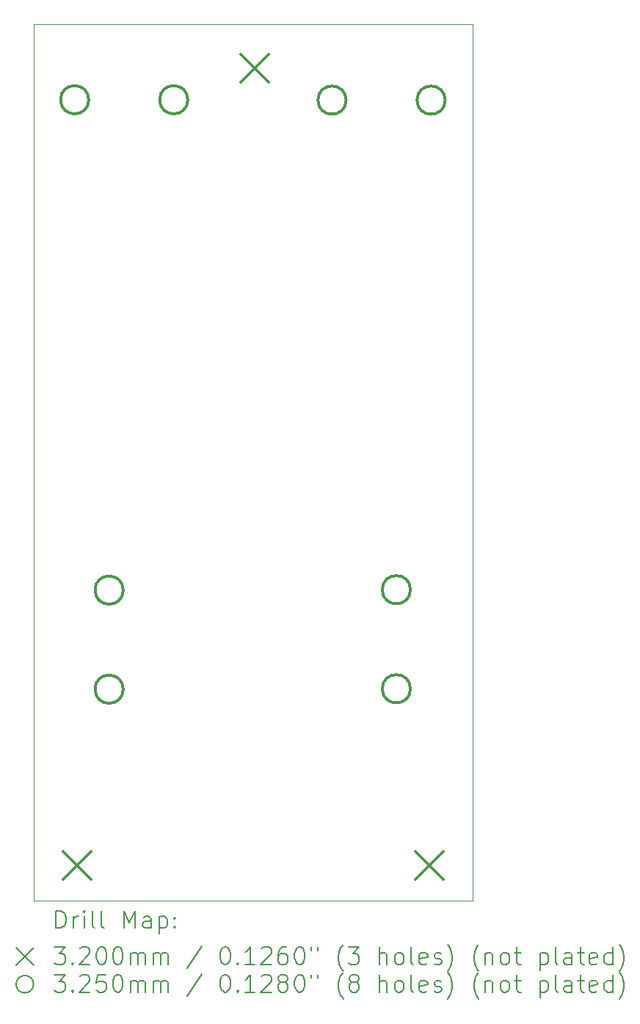
<source format=gbr>
%TF.GenerationSoftware,KiCad,Pcbnew,8.0.0*%
%TF.CreationDate,2025-01-14T11:15:27-06:00*%
%TF.ProjectId,LightControlBoard,4c696768-7443-46f6-9e74-726f6c426f61,rev?*%
%TF.SameCoordinates,Original*%
%TF.FileFunction,Drillmap*%
%TF.FilePolarity,Positive*%
%FSLAX45Y45*%
G04 Gerber Fmt 4.5, Leading zero omitted, Abs format (unit mm)*
G04 Created by KiCad (PCBNEW 8.0.0) date 2025-01-14 11:15:27*
%MOMM*%
%LPD*%
G01*
G04 APERTURE LIST*
%ADD10C,0.050000*%
%ADD11C,0.200000*%
%ADD12C,0.320000*%
%ADD13C,0.325000*%
G04 APERTURE END LIST*
D10*
X11093000Y-3288500D02*
X16160000Y-3288500D01*
X16160000Y-13399000D01*
X11093000Y-13399000D01*
X11093000Y-3288500D01*
D11*
D12*
X11433000Y-12834000D02*
X11753000Y-13154000D01*
X11753000Y-12834000D02*
X11433000Y-13154000D01*
X13483000Y-3634000D02*
X13803000Y-3954000D01*
X13803000Y-3634000D02*
X13483000Y-3954000D01*
X15500000Y-12834000D02*
X15820000Y-13154000D01*
X15820000Y-12834000D02*
X15500000Y-13154000D01*
D13*
X11728000Y-4160000D02*
G75*
G02*
X11403000Y-4160000I-162500J0D01*
G01*
X11403000Y-4160000D02*
G75*
G02*
X11728000Y-4160000I162500J0D01*
G01*
X12125500Y-9816000D02*
G75*
G02*
X11800500Y-9816000I-162500J0D01*
G01*
X11800500Y-9816000D02*
G75*
G02*
X12125500Y-9816000I162500J0D01*
G01*
X12125500Y-10959000D02*
G75*
G02*
X11800500Y-10959000I-162500J0D01*
G01*
X11800500Y-10959000D02*
G75*
G02*
X12125500Y-10959000I162500J0D01*
G01*
X12871000Y-4160000D02*
G75*
G02*
X12546000Y-4160000I-162500J0D01*
G01*
X12546000Y-4160000D02*
G75*
G02*
X12871000Y-4160000I162500J0D01*
G01*
X14697000Y-4164500D02*
G75*
G02*
X14372000Y-4164500I-162500J0D01*
G01*
X14372000Y-4164500D02*
G75*
G02*
X14697000Y-4164500I162500J0D01*
G01*
X15439500Y-9811000D02*
G75*
G02*
X15114500Y-9811000I-162500J0D01*
G01*
X15114500Y-9811000D02*
G75*
G02*
X15439500Y-9811000I162500J0D01*
G01*
X15439500Y-10954000D02*
G75*
G02*
X15114500Y-10954000I-162500J0D01*
G01*
X15114500Y-10954000D02*
G75*
G02*
X15439500Y-10954000I162500J0D01*
G01*
X15840000Y-4164500D02*
G75*
G02*
X15515000Y-4164500I-162500J0D01*
G01*
X15515000Y-4164500D02*
G75*
G02*
X15840000Y-4164500I162500J0D01*
G01*
D11*
X11351277Y-13712984D02*
X11351277Y-13512984D01*
X11351277Y-13512984D02*
X11398896Y-13512984D01*
X11398896Y-13512984D02*
X11427467Y-13522508D01*
X11427467Y-13522508D02*
X11446515Y-13541555D01*
X11446515Y-13541555D02*
X11456039Y-13560603D01*
X11456039Y-13560603D02*
X11465562Y-13598698D01*
X11465562Y-13598698D02*
X11465562Y-13627269D01*
X11465562Y-13627269D02*
X11456039Y-13665365D01*
X11456039Y-13665365D02*
X11446515Y-13684412D01*
X11446515Y-13684412D02*
X11427467Y-13703460D01*
X11427467Y-13703460D02*
X11398896Y-13712984D01*
X11398896Y-13712984D02*
X11351277Y-13712984D01*
X11551277Y-13712984D02*
X11551277Y-13579650D01*
X11551277Y-13617746D02*
X11560801Y-13598698D01*
X11560801Y-13598698D02*
X11570324Y-13589174D01*
X11570324Y-13589174D02*
X11589372Y-13579650D01*
X11589372Y-13579650D02*
X11608420Y-13579650D01*
X11675086Y-13712984D02*
X11675086Y-13579650D01*
X11675086Y-13512984D02*
X11665562Y-13522508D01*
X11665562Y-13522508D02*
X11675086Y-13532031D01*
X11675086Y-13532031D02*
X11684610Y-13522508D01*
X11684610Y-13522508D02*
X11675086Y-13512984D01*
X11675086Y-13512984D02*
X11675086Y-13532031D01*
X11798896Y-13712984D02*
X11779848Y-13703460D01*
X11779848Y-13703460D02*
X11770324Y-13684412D01*
X11770324Y-13684412D02*
X11770324Y-13512984D01*
X11903658Y-13712984D02*
X11884610Y-13703460D01*
X11884610Y-13703460D02*
X11875086Y-13684412D01*
X11875086Y-13684412D02*
X11875086Y-13512984D01*
X12132229Y-13712984D02*
X12132229Y-13512984D01*
X12132229Y-13512984D02*
X12198896Y-13655841D01*
X12198896Y-13655841D02*
X12265562Y-13512984D01*
X12265562Y-13512984D02*
X12265562Y-13712984D01*
X12446515Y-13712984D02*
X12446515Y-13608222D01*
X12446515Y-13608222D02*
X12436991Y-13589174D01*
X12436991Y-13589174D02*
X12417943Y-13579650D01*
X12417943Y-13579650D02*
X12379848Y-13579650D01*
X12379848Y-13579650D02*
X12360801Y-13589174D01*
X12446515Y-13703460D02*
X12427467Y-13712984D01*
X12427467Y-13712984D02*
X12379848Y-13712984D01*
X12379848Y-13712984D02*
X12360801Y-13703460D01*
X12360801Y-13703460D02*
X12351277Y-13684412D01*
X12351277Y-13684412D02*
X12351277Y-13665365D01*
X12351277Y-13665365D02*
X12360801Y-13646317D01*
X12360801Y-13646317D02*
X12379848Y-13636793D01*
X12379848Y-13636793D02*
X12427467Y-13636793D01*
X12427467Y-13636793D02*
X12446515Y-13627269D01*
X12541753Y-13579650D02*
X12541753Y-13779650D01*
X12541753Y-13589174D02*
X12560801Y-13579650D01*
X12560801Y-13579650D02*
X12598896Y-13579650D01*
X12598896Y-13579650D02*
X12617943Y-13589174D01*
X12617943Y-13589174D02*
X12627467Y-13598698D01*
X12627467Y-13598698D02*
X12636991Y-13617746D01*
X12636991Y-13617746D02*
X12636991Y-13674888D01*
X12636991Y-13674888D02*
X12627467Y-13693936D01*
X12627467Y-13693936D02*
X12617943Y-13703460D01*
X12617943Y-13703460D02*
X12598896Y-13712984D01*
X12598896Y-13712984D02*
X12560801Y-13712984D01*
X12560801Y-13712984D02*
X12541753Y-13703460D01*
X12722705Y-13693936D02*
X12732229Y-13703460D01*
X12732229Y-13703460D02*
X12722705Y-13712984D01*
X12722705Y-13712984D02*
X12713182Y-13703460D01*
X12713182Y-13703460D02*
X12722705Y-13693936D01*
X12722705Y-13693936D02*
X12722705Y-13712984D01*
X12722705Y-13589174D02*
X12732229Y-13598698D01*
X12732229Y-13598698D02*
X12722705Y-13608222D01*
X12722705Y-13608222D02*
X12713182Y-13598698D01*
X12713182Y-13598698D02*
X12722705Y-13589174D01*
X12722705Y-13589174D02*
X12722705Y-13608222D01*
X10890500Y-13941500D02*
X11090500Y-14141500D01*
X11090500Y-13941500D02*
X10890500Y-14141500D01*
X11332229Y-13932984D02*
X11456039Y-13932984D01*
X11456039Y-13932984D02*
X11389372Y-14009174D01*
X11389372Y-14009174D02*
X11417943Y-14009174D01*
X11417943Y-14009174D02*
X11436991Y-14018698D01*
X11436991Y-14018698D02*
X11446515Y-14028222D01*
X11446515Y-14028222D02*
X11456039Y-14047269D01*
X11456039Y-14047269D02*
X11456039Y-14094888D01*
X11456039Y-14094888D02*
X11446515Y-14113936D01*
X11446515Y-14113936D02*
X11436991Y-14123460D01*
X11436991Y-14123460D02*
X11417943Y-14132984D01*
X11417943Y-14132984D02*
X11360801Y-14132984D01*
X11360801Y-14132984D02*
X11341753Y-14123460D01*
X11341753Y-14123460D02*
X11332229Y-14113936D01*
X11541753Y-14113936D02*
X11551277Y-14123460D01*
X11551277Y-14123460D02*
X11541753Y-14132984D01*
X11541753Y-14132984D02*
X11532229Y-14123460D01*
X11532229Y-14123460D02*
X11541753Y-14113936D01*
X11541753Y-14113936D02*
X11541753Y-14132984D01*
X11627467Y-13952031D02*
X11636991Y-13942508D01*
X11636991Y-13942508D02*
X11656039Y-13932984D01*
X11656039Y-13932984D02*
X11703658Y-13932984D01*
X11703658Y-13932984D02*
X11722705Y-13942508D01*
X11722705Y-13942508D02*
X11732229Y-13952031D01*
X11732229Y-13952031D02*
X11741753Y-13971079D01*
X11741753Y-13971079D02*
X11741753Y-13990127D01*
X11741753Y-13990127D02*
X11732229Y-14018698D01*
X11732229Y-14018698D02*
X11617943Y-14132984D01*
X11617943Y-14132984D02*
X11741753Y-14132984D01*
X11865562Y-13932984D02*
X11884610Y-13932984D01*
X11884610Y-13932984D02*
X11903658Y-13942508D01*
X11903658Y-13942508D02*
X11913182Y-13952031D01*
X11913182Y-13952031D02*
X11922705Y-13971079D01*
X11922705Y-13971079D02*
X11932229Y-14009174D01*
X11932229Y-14009174D02*
X11932229Y-14056793D01*
X11932229Y-14056793D02*
X11922705Y-14094888D01*
X11922705Y-14094888D02*
X11913182Y-14113936D01*
X11913182Y-14113936D02*
X11903658Y-14123460D01*
X11903658Y-14123460D02*
X11884610Y-14132984D01*
X11884610Y-14132984D02*
X11865562Y-14132984D01*
X11865562Y-14132984D02*
X11846515Y-14123460D01*
X11846515Y-14123460D02*
X11836991Y-14113936D01*
X11836991Y-14113936D02*
X11827467Y-14094888D01*
X11827467Y-14094888D02*
X11817943Y-14056793D01*
X11817943Y-14056793D02*
X11817943Y-14009174D01*
X11817943Y-14009174D02*
X11827467Y-13971079D01*
X11827467Y-13971079D02*
X11836991Y-13952031D01*
X11836991Y-13952031D02*
X11846515Y-13942508D01*
X11846515Y-13942508D02*
X11865562Y-13932984D01*
X12056039Y-13932984D02*
X12075086Y-13932984D01*
X12075086Y-13932984D02*
X12094134Y-13942508D01*
X12094134Y-13942508D02*
X12103658Y-13952031D01*
X12103658Y-13952031D02*
X12113182Y-13971079D01*
X12113182Y-13971079D02*
X12122705Y-14009174D01*
X12122705Y-14009174D02*
X12122705Y-14056793D01*
X12122705Y-14056793D02*
X12113182Y-14094888D01*
X12113182Y-14094888D02*
X12103658Y-14113936D01*
X12103658Y-14113936D02*
X12094134Y-14123460D01*
X12094134Y-14123460D02*
X12075086Y-14132984D01*
X12075086Y-14132984D02*
X12056039Y-14132984D01*
X12056039Y-14132984D02*
X12036991Y-14123460D01*
X12036991Y-14123460D02*
X12027467Y-14113936D01*
X12027467Y-14113936D02*
X12017943Y-14094888D01*
X12017943Y-14094888D02*
X12008420Y-14056793D01*
X12008420Y-14056793D02*
X12008420Y-14009174D01*
X12008420Y-14009174D02*
X12017943Y-13971079D01*
X12017943Y-13971079D02*
X12027467Y-13952031D01*
X12027467Y-13952031D02*
X12036991Y-13942508D01*
X12036991Y-13942508D02*
X12056039Y-13932984D01*
X12208420Y-14132984D02*
X12208420Y-13999650D01*
X12208420Y-14018698D02*
X12217943Y-14009174D01*
X12217943Y-14009174D02*
X12236991Y-13999650D01*
X12236991Y-13999650D02*
X12265563Y-13999650D01*
X12265563Y-13999650D02*
X12284610Y-14009174D01*
X12284610Y-14009174D02*
X12294134Y-14028222D01*
X12294134Y-14028222D02*
X12294134Y-14132984D01*
X12294134Y-14028222D02*
X12303658Y-14009174D01*
X12303658Y-14009174D02*
X12322705Y-13999650D01*
X12322705Y-13999650D02*
X12351277Y-13999650D01*
X12351277Y-13999650D02*
X12370324Y-14009174D01*
X12370324Y-14009174D02*
X12379848Y-14028222D01*
X12379848Y-14028222D02*
X12379848Y-14132984D01*
X12475086Y-14132984D02*
X12475086Y-13999650D01*
X12475086Y-14018698D02*
X12484610Y-14009174D01*
X12484610Y-14009174D02*
X12503658Y-13999650D01*
X12503658Y-13999650D02*
X12532229Y-13999650D01*
X12532229Y-13999650D02*
X12551277Y-14009174D01*
X12551277Y-14009174D02*
X12560801Y-14028222D01*
X12560801Y-14028222D02*
X12560801Y-14132984D01*
X12560801Y-14028222D02*
X12570324Y-14009174D01*
X12570324Y-14009174D02*
X12589372Y-13999650D01*
X12589372Y-13999650D02*
X12617943Y-13999650D01*
X12617943Y-13999650D02*
X12636991Y-14009174D01*
X12636991Y-14009174D02*
X12646515Y-14028222D01*
X12646515Y-14028222D02*
X12646515Y-14132984D01*
X13036991Y-13923460D02*
X12865563Y-14180603D01*
X13294134Y-13932984D02*
X13313182Y-13932984D01*
X13313182Y-13932984D02*
X13332229Y-13942508D01*
X13332229Y-13942508D02*
X13341753Y-13952031D01*
X13341753Y-13952031D02*
X13351277Y-13971079D01*
X13351277Y-13971079D02*
X13360801Y-14009174D01*
X13360801Y-14009174D02*
X13360801Y-14056793D01*
X13360801Y-14056793D02*
X13351277Y-14094888D01*
X13351277Y-14094888D02*
X13341753Y-14113936D01*
X13341753Y-14113936D02*
X13332229Y-14123460D01*
X13332229Y-14123460D02*
X13313182Y-14132984D01*
X13313182Y-14132984D02*
X13294134Y-14132984D01*
X13294134Y-14132984D02*
X13275086Y-14123460D01*
X13275086Y-14123460D02*
X13265563Y-14113936D01*
X13265563Y-14113936D02*
X13256039Y-14094888D01*
X13256039Y-14094888D02*
X13246515Y-14056793D01*
X13246515Y-14056793D02*
X13246515Y-14009174D01*
X13246515Y-14009174D02*
X13256039Y-13971079D01*
X13256039Y-13971079D02*
X13265563Y-13952031D01*
X13265563Y-13952031D02*
X13275086Y-13942508D01*
X13275086Y-13942508D02*
X13294134Y-13932984D01*
X13446515Y-14113936D02*
X13456039Y-14123460D01*
X13456039Y-14123460D02*
X13446515Y-14132984D01*
X13446515Y-14132984D02*
X13436991Y-14123460D01*
X13436991Y-14123460D02*
X13446515Y-14113936D01*
X13446515Y-14113936D02*
X13446515Y-14132984D01*
X13646515Y-14132984D02*
X13532229Y-14132984D01*
X13589372Y-14132984D02*
X13589372Y-13932984D01*
X13589372Y-13932984D02*
X13570325Y-13961555D01*
X13570325Y-13961555D02*
X13551277Y-13980603D01*
X13551277Y-13980603D02*
X13532229Y-13990127D01*
X13722706Y-13952031D02*
X13732229Y-13942508D01*
X13732229Y-13942508D02*
X13751277Y-13932984D01*
X13751277Y-13932984D02*
X13798896Y-13932984D01*
X13798896Y-13932984D02*
X13817944Y-13942508D01*
X13817944Y-13942508D02*
X13827467Y-13952031D01*
X13827467Y-13952031D02*
X13836991Y-13971079D01*
X13836991Y-13971079D02*
X13836991Y-13990127D01*
X13836991Y-13990127D02*
X13827467Y-14018698D01*
X13827467Y-14018698D02*
X13713182Y-14132984D01*
X13713182Y-14132984D02*
X13836991Y-14132984D01*
X14008420Y-13932984D02*
X13970325Y-13932984D01*
X13970325Y-13932984D02*
X13951277Y-13942508D01*
X13951277Y-13942508D02*
X13941753Y-13952031D01*
X13941753Y-13952031D02*
X13922706Y-13980603D01*
X13922706Y-13980603D02*
X13913182Y-14018698D01*
X13913182Y-14018698D02*
X13913182Y-14094888D01*
X13913182Y-14094888D02*
X13922706Y-14113936D01*
X13922706Y-14113936D02*
X13932229Y-14123460D01*
X13932229Y-14123460D02*
X13951277Y-14132984D01*
X13951277Y-14132984D02*
X13989372Y-14132984D01*
X13989372Y-14132984D02*
X14008420Y-14123460D01*
X14008420Y-14123460D02*
X14017944Y-14113936D01*
X14017944Y-14113936D02*
X14027467Y-14094888D01*
X14027467Y-14094888D02*
X14027467Y-14047269D01*
X14027467Y-14047269D02*
X14017944Y-14028222D01*
X14017944Y-14028222D02*
X14008420Y-14018698D01*
X14008420Y-14018698D02*
X13989372Y-14009174D01*
X13989372Y-14009174D02*
X13951277Y-14009174D01*
X13951277Y-14009174D02*
X13932229Y-14018698D01*
X13932229Y-14018698D02*
X13922706Y-14028222D01*
X13922706Y-14028222D02*
X13913182Y-14047269D01*
X14151277Y-13932984D02*
X14170325Y-13932984D01*
X14170325Y-13932984D02*
X14189372Y-13942508D01*
X14189372Y-13942508D02*
X14198896Y-13952031D01*
X14198896Y-13952031D02*
X14208420Y-13971079D01*
X14208420Y-13971079D02*
X14217944Y-14009174D01*
X14217944Y-14009174D02*
X14217944Y-14056793D01*
X14217944Y-14056793D02*
X14208420Y-14094888D01*
X14208420Y-14094888D02*
X14198896Y-14113936D01*
X14198896Y-14113936D02*
X14189372Y-14123460D01*
X14189372Y-14123460D02*
X14170325Y-14132984D01*
X14170325Y-14132984D02*
X14151277Y-14132984D01*
X14151277Y-14132984D02*
X14132229Y-14123460D01*
X14132229Y-14123460D02*
X14122706Y-14113936D01*
X14122706Y-14113936D02*
X14113182Y-14094888D01*
X14113182Y-14094888D02*
X14103658Y-14056793D01*
X14103658Y-14056793D02*
X14103658Y-14009174D01*
X14103658Y-14009174D02*
X14113182Y-13971079D01*
X14113182Y-13971079D02*
X14122706Y-13952031D01*
X14122706Y-13952031D02*
X14132229Y-13942508D01*
X14132229Y-13942508D02*
X14151277Y-13932984D01*
X14294134Y-13932984D02*
X14294134Y-13971079D01*
X14370325Y-13932984D02*
X14370325Y-13971079D01*
X14665563Y-14209174D02*
X14656039Y-14199650D01*
X14656039Y-14199650D02*
X14636991Y-14171079D01*
X14636991Y-14171079D02*
X14627468Y-14152031D01*
X14627468Y-14152031D02*
X14617944Y-14123460D01*
X14617944Y-14123460D02*
X14608420Y-14075841D01*
X14608420Y-14075841D02*
X14608420Y-14037746D01*
X14608420Y-14037746D02*
X14617944Y-13990127D01*
X14617944Y-13990127D02*
X14627468Y-13961555D01*
X14627468Y-13961555D02*
X14636991Y-13942508D01*
X14636991Y-13942508D02*
X14656039Y-13913936D01*
X14656039Y-13913936D02*
X14665563Y-13904412D01*
X14722706Y-13932984D02*
X14846515Y-13932984D01*
X14846515Y-13932984D02*
X14779848Y-14009174D01*
X14779848Y-14009174D02*
X14808420Y-14009174D01*
X14808420Y-14009174D02*
X14827468Y-14018698D01*
X14827468Y-14018698D02*
X14836991Y-14028222D01*
X14836991Y-14028222D02*
X14846515Y-14047269D01*
X14846515Y-14047269D02*
X14846515Y-14094888D01*
X14846515Y-14094888D02*
X14836991Y-14113936D01*
X14836991Y-14113936D02*
X14827468Y-14123460D01*
X14827468Y-14123460D02*
X14808420Y-14132984D01*
X14808420Y-14132984D02*
X14751277Y-14132984D01*
X14751277Y-14132984D02*
X14732229Y-14123460D01*
X14732229Y-14123460D02*
X14722706Y-14113936D01*
X15084610Y-14132984D02*
X15084610Y-13932984D01*
X15170325Y-14132984D02*
X15170325Y-14028222D01*
X15170325Y-14028222D02*
X15160801Y-14009174D01*
X15160801Y-14009174D02*
X15141753Y-13999650D01*
X15141753Y-13999650D02*
X15113182Y-13999650D01*
X15113182Y-13999650D02*
X15094134Y-14009174D01*
X15094134Y-14009174D02*
X15084610Y-14018698D01*
X15294134Y-14132984D02*
X15275087Y-14123460D01*
X15275087Y-14123460D02*
X15265563Y-14113936D01*
X15265563Y-14113936D02*
X15256039Y-14094888D01*
X15256039Y-14094888D02*
X15256039Y-14037746D01*
X15256039Y-14037746D02*
X15265563Y-14018698D01*
X15265563Y-14018698D02*
X15275087Y-14009174D01*
X15275087Y-14009174D02*
X15294134Y-13999650D01*
X15294134Y-13999650D02*
X15322706Y-13999650D01*
X15322706Y-13999650D02*
X15341753Y-14009174D01*
X15341753Y-14009174D02*
X15351277Y-14018698D01*
X15351277Y-14018698D02*
X15360801Y-14037746D01*
X15360801Y-14037746D02*
X15360801Y-14094888D01*
X15360801Y-14094888D02*
X15351277Y-14113936D01*
X15351277Y-14113936D02*
X15341753Y-14123460D01*
X15341753Y-14123460D02*
X15322706Y-14132984D01*
X15322706Y-14132984D02*
X15294134Y-14132984D01*
X15475087Y-14132984D02*
X15456039Y-14123460D01*
X15456039Y-14123460D02*
X15446515Y-14104412D01*
X15446515Y-14104412D02*
X15446515Y-13932984D01*
X15627468Y-14123460D02*
X15608420Y-14132984D01*
X15608420Y-14132984D02*
X15570325Y-14132984D01*
X15570325Y-14132984D02*
X15551277Y-14123460D01*
X15551277Y-14123460D02*
X15541753Y-14104412D01*
X15541753Y-14104412D02*
X15541753Y-14028222D01*
X15541753Y-14028222D02*
X15551277Y-14009174D01*
X15551277Y-14009174D02*
X15570325Y-13999650D01*
X15570325Y-13999650D02*
X15608420Y-13999650D01*
X15608420Y-13999650D02*
X15627468Y-14009174D01*
X15627468Y-14009174D02*
X15636991Y-14028222D01*
X15636991Y-14028222D02*
X15636991Y-14047269D01*
X15636991Y-14047269D02*
X15541753Y-14066317D01*
X15713182Y-14123460D02*
X15732230Y-14132984D01*
X15732230Y-14132984D02*
X15770325Y-14132984D01*
X15770325Y-14132984D02*
X15789372Y-14123460D01*
X15789372Y-14123460D02*
X15798896Y-14104412D01*
X15798896Y-14104412D02*
X15798896Y-14094888D01*
X15798896Y-14094888D02*
X15789372Y-14075841D01*
X15789372Y-14075841D02*
X15770325Y-14066317D01*
X15770325Y-14066317D02*
X15741753Y-14066317D01*
X15741753Y-14066317D02*
X15722706Y-14056793D01*
X15722706Y-14056793D02*
X15713182Y-14037746D01*
X15713182Y-14037746D02*
X15713182Y-14028222D01*
X15713182Y-14028222D02*
X15722706Y-14009174D01*
X15722706Y-14009174D02*
X15741753Y-13999650D01*
X15741753Y-13999650D02*
X15770325Y-13999650D01*
X15770325Y-13999650D02*
X15789372Y-14009174D01*
X15865563Y-14209174D02*
X15875087Y-14199650D01*
X15875087Y-14199650D02*
X15894134Y-14171079D01*
X15894134Y-14171079D02*
X15903658Y-14152031D01*
X15903658Y-14152031D02*
X15913182Y-14123460D01*
X15913182Y-14123460D02*
X15922706Y-14075841D01*
X15922706Y-14075841D02*
X15922706Y-14037746D01*
X15922706Y-14037746D02*
X15913182Y-13990127D01*
X15913182Y-13990127D02*
X15903658Y-13961555D01*
X15903658Y-13961555D02*
X15894134Y-13942508D01*
X15894134Y-13942508D02*
X15875087Y-13913936D01*
X15875087Y-13913936D02*
X15865563Y-13904412D01*
X16227468Y-14209174D02*
X16217944Y-14199650D01*
X16217944Y-14199650D02*
X16198896Y-14171079D01*
X16198896Y-14171079D02*
X16189372Y-14152031D01*
X16189372Y-14152031D02*
X16179849Y-14123460D01*
X16179849Y-14123460D02*
X16170325Y-14075841D01*
X16170325Y-14075841D02*
X16170325Y-14037746D01*
X16170325Y-14037746D02*
X16179849Y-13990127D01*
X16179849Y-13990127D02*
X16189372Y-13961555D01*
X16189372Y-13961555D02*
X16198896Y-13942508D01*
X16198896Y-13942508D02*
X16217944Y-13913936D01*
X16217944Y-13913936D02*
X16227468Y-13904412D01*
X16303658Y-13999650D02*
X16303658Y-14132984D01*
X16303658Y-14018698D02*
X16313182Y-14009174D01*
X16313182Y-14009174D02*
X16332230Y-13999650D01*
X16332230Y-13999650D02*
X16360801Y-13999650D01*
X16360801Y-13999650D02*
X16379849Y-14009174D01*
X16379849Y-14009174D02*
X16389372Y-14028222D01*
X16389372Y-14028222D02*
X16389372Y-14132984D01*
X16513182Y-14132984D02*
X16494134Y-14123460D01*
X16494134Y-14123460D02*
X16484611Y-14113936D01*
X16484611Y-14113936D02*
X16475087Y-14094888D01*
X16475087Y-14094888D02*
X16475087Y-14037746D01*
X16475087Y-14037746D02*
X16484611Y-14018698D01*
X16484611Y-14018698D02*
X16494134Y-14009174D01*
X16494134Y-14009174D02*
X16513182Y-13999650D01*
X16513182Y-13999650D02*
X16541753Y-13999650D01*
X16541753Y-13999650D02*
X16560801Y-14009174D01*
X16560801Y-14009174D02*
X16570325Y-14018698D01*
X16570325Y-14018698D02*
X16579849Y-14037746D01*
X16579849Y-14037746D02*
X16579849Y-14094888D01*
X16579849Y-14094888D02*
X16570325Y-14113936D01*
X16570325Y-14113936D02*
X16560801Y-14123460D01*
X16560801Y-14123460D02*
X16541753Y-14132984D01*
X16541753Y-14132984D02*
X16513182Y-14132984D01*
X16636992Y-13999650D02*
X16713182Y-13999650D01*
X16665563Y-13932984D02*
X16665563Y-14104412D01*
X16665563Y-14104412D02*
X16675087Y-14123460D01*
X16675087Y-14123460D02*
X16694134Y-14132984D01*
X16694134Y-14132984D02*
X16713182Y-14132984D01*
X16932230Y-13999650D02*
X16932230Y-14199650D01*
X16932230Y-14009174D02*
X16951277Y-13999650D01*
X16951277Y-13999650D02*
X16989373Y-13999650D01*
X16989373Y-13999650D02*
X17008420Y-14009174D01*
X17008420Y-14009174D02*
X17017944Y-14018698D01*
X17017944Y-14018698D02*
X17027468Y-14037746D01*
X17027468Y-14037746D02*
X17027468Y-14094888D01*
X17027468Y-14094888D02*
X17017944Y-14113936D01*
X17017944Y-14113936D02*
X17008420Y-14123460D01*
X17008420Y-14123460D02*
X16989373Y-14132984D01*
X16989373Y-14132984D02*
X16951277Y-14132984D01*
X16951277Y-14132984D02*
X16932230Y-14123460D01*
X17141754Y-14132984D02*
X17122706Y-14123460D01*
X17122706Y-14123460D02*
X17113182Y-14104412D01*
X17113182Y-14104412D02*
X17113182Y-13932984D01*
X17303658Y-14132984D02*
X17303658Y-14028222D01*
X17303658Y-14028222D02*
X17294135Y-14009174D01*
X17294135Y-14009174D02*
X17275087Y-13999650D01*
X17275087Y-13999650D02*
X17236992Y-13999650D01*
X17236992Y-13999650D02*
X17217944Y-14009174D01*
X17303658Y-14123460D02*
X17284611Y-14132984D01*
X17284611Y-14132984D02*
X17236992Y-14132984D01*
X17236992Y-14132984D02*
X17217944Y-14123460D01*
X17217944Y-14123460D02*
X17208420Y-14104412D01*
X17208420Y-14104412D02*
X17208420Y-14085365D01*
X17208420Y-14085365D02*
X17217944Y-14066317D01*
X17217944Y-14066317D02*
X17236992Y-14056793D01*
X17236992Y-14056793D02*
X17284611Y-14056793D01*
X17284611Y-14056793D02*
X17303658Y-14047269D01*
X17370325Y-13999650D02*
X17446515Y-13999650D01*
X17398896Y-13932984D02*
X17398896Y-14104412D01*
X17398896Y-14104412D02*
X17408420Y-14123460D01*
X17408420Y-14123460D02*
X17427468Y-14132984D01*
X17427468Y-14132984D02*
X17446515Y-14132984D01*
X17589373Y-14123460D02*
X17570325Y-14132984D01*
X17570325Y-14132984D02*
X17532230Y-14132984D01*
X17532230Y-14132984D02*
X17513182Y-14123460D01*
X17513182Y-14123460D02*
X17503658Y-14104412D01*
X17503658Y-14104412D02*
X17503658Y-14028222D01*
X17503658Y-14028222D02*
X17513182Y-14009174D01*
X17513182Y-14009174D02*
X17532230Y-13999650D01*
X17532230Y-13999650D02*
X17570325Y-13999650D01*
X17570325Y-13999650D02*
X17589373Y-14009174D01*
X17589373Y-14009174D02*
X17598896Y-14028222D01*
X17598896Y-14028222D02*
X17598896Y-14047269D01*
X17598896Y-14047269D02*
X17503658Y-14066317D01*
X17770325Y-14132984D02*
X17770325Y-13932984D01*
X17770325Y-14123460D02*
X17751277Y-14132984D01*
X17751277Y-14132984D02*
X17713182Y-14132984D01*
X17713182Y-14132984D02*
X17694135Y-14123460D01*
X17694135Y-14123460D02*
X17684611Y-14113936D01*
X17684611Y-14113936D02*
X17675087Y-14094888D01*
X17675087Y-14094888D02*
X17675087Y-14037746D01*
X17675087Y-14037746D02*
X17684611Y-14018698D01*
X17684611Y-14018698D02*
X17694135Y-14009174D01*
X17694135Y-14009174D02*
X17713182Y-13999650D01*
X17713182Y-13999650D02*
X17751277Y-13999650D01*
X17751277Y-13999650D02*
X17770325Y-14009174D01*
X17846516Y-14209174D02*
X17856039Y-14199650D01*
X17856039Y-14199650D02*
X17875087Y-14171079D01*
X17875087Y-14171079D02*
X17884611Y-14152031D01*
X17884611Y-14152031D02*
X17894135Y-14123460D01*
X17894135Y-14123460D02*
X17903658Y-14075841D01*
X17903658Y-14075841D02*
X17903658Y-14037746D01*
X17903658Y-14037746D02*
X17894135Y-13990127D01*
X17894135Y-13990127D02*
X17884611Y-13961555D01*
X17884611Y-13961555D02*
X17875087Y-13942508D01*
X17875087Y-13942508D02*
X17856039Y-13913936D01*
X17856039Y-13913936D02*
X17846516Y-13904412D01*
X11090500Y-14361500D02*
G75*
G02*
X10890500Y-14361500I-100000J0D01*
G01*
X10890500Y-14361500D02*
G75*
G02*
X11090500Y-14361500I100000J0D01*
G01*
X11332229Y-14252984D02*
X11456039Y-14252984D01*
X11456039Y-14252984D02*
X11389372Y-14329174D01*
X11389372Y-14329174D02*
X11417943Y-14329174D01*
X11417943Y-14329174D02*
X11436991Y-14338698D01*
X11436991Y-14338698D02*
X11446515Y-14348222D01*
X11446515Y-14348222D02*
X11456039Y-14367269D01*
X11456039Y-14367269D02*
X11456039Y-14414888D01*
X11456039Y-14414888D02*
X11446515Y-14433936D01*
X11446515Y-14433936D02*
X11436991Y-14443460D01*
X11436991Y-14443460D02*
X11417943Y-14452984D01*
X11417943Y-14452984D02*
X11360801Y-14452984D01*
X11360801Y-14452984D02*
X11341753Y-14443460D01*
X11341753Y-14443460D02*
X11332229Y-14433936D01*
X11541753Y-14433936D02*
X11551277Y-14443460D01*
X11551277Y-14443460D02*
X11541753Y-14452984D01*
X11541753Y-14452984D02*
X11532229Y-14443460D01*
X11532229Y-14443460D02*
X11541753Y-14433936D01*
X11541753Y-14433936D02*
X11541753Y-14452984D01*
X11627467Y-14272031D02*
X11636991Y-14262508D01*
X11636991Y-14262508D02*
X11656039Y-14252984D01*
X11656039Y-14252984D02*
X11703658Y-14252984D01*
X11703658Y-14252984D02*
X11722705Y-14262508D01*
X11722705Y-14262508D02*
X11732229Y-14272031D01*
X11732229Y-14272031D02*
X11741753Y-14291079D01*
X11741753Y-14291079D02*
X11741753Y-14310127D01*
X11741753Y-14310127D02*
X11732229Y-14338698D01*
X11732229Y-14338698D02*
X11617943Y-14452984D01*
X11617943Y-14452984D02*
X11741753Y-14452984D01*
X11922705Y-14252984D02*
X11827467Y-14252984D01*
X11827467Y-14252984D02*
X11817943Y-14348222D01*
X11817943Y-14348222D02*
X11827467Y-14338698D01*
X11827467Y-14338698D02*
X11846515Y-14329174D01*
X11846515Y-14329174D02*
X11894134Y-14329174D01*
X11894134Y-14329174D02*
X11913182Y-14338698D01*
X11913182Y-14338698D02*
X11922705Y-14348222D01*
X11922705Y-14348222D02*
X11932229Y-14367269D01*
X11932229Y-14367269D02*
X11932229Y-14414888D01*
X11932229Y-14414888D02*
X11922705Y-14433936D01*
X11922705Y-14433936D02*
X11913182Y-14443460D01*
X11913182Y-14443460D02*
X11894134Y-14452984D01*
X11894134Y-14452984D02*
X11846515Y-14452984D01*
X11846515Y-14452984D02*
X11827467Y-14443460D01*
X11827467Y-14443460D02*
X11817943Y-14433936D01*
X12056039Y-14252984D02*
X12075086Y-14252984D01*
X12075086Y-14252984D02*
X12094134Y-14262508D01*
X12094134Y-14262508D02*
X12103658Y-14272031D01*
X12103658Y-14272031D02*
X12113182Y-14291079D01*
X12113182Y-14291079D02*
X12122705Y-14329174D01*
X12122705Y-14329174D02*
X12122705Y-14376793D01*
X12122705Y-14376793D02*
X12113182Y-14414888D01*
X12113182Y-14414888D02*
X12103658Y-14433936D01*
X12103658Y-14433936D02*
X12094134Y-14443460D01*
X12094134Y-14443460D02*
X12075086Y-14452984D01*
X12075086Y-14452984D02*
X12056039Y-14452984D01*
X12056039Y-14452984D02*
X12036991Y-14443460D01*
X12036991Y-14443460D02*
X12027467Y-14433936D01*
X12027467Y-14433936D02*
X12017943Y-14414888D01*
X12017943Y-14414888D02*
X12008420Y-14376793D01*
X12008420Y-14376793D02*
X12008420Y-14329174D01*
X12008420Y-14329174D02*
X12017943Y-14291079D01*
X12017943Y-14291079D02*
X12027467Y-14272031D01*
X12027467Y-14272031D02*
X12036991Y-14262508D01*
X12036991Y-14262508D02*
X12056039Y-14252984D01*
X12208420Y-14452984D02*
X12208420Y-14319650D01*
X12208420Y-14338698D02*
X12217943Y-14329174D01*
X12217943Y-14329174D02*
X12236991Y-14319650D01*
X12236991Y-14319650D02*
X12265563Y-14319650D01*
X12265563Y-14319650D02*
X12284610Y-14329174D01*
X12284610Y-14329174D02*
X12294134Y-14348222D01*
X12294134Y-14348222D02*
X12294134Y-14452984D01*
X12294134Y-14348222D02*
X12303658Y-14329174D01*
X12303658Y-14329174D02*
X12322705Y-14319650D01*
X12322705Y-14319650D02*
X12351277Y-14319650D01*
X12351277Y-14319650D02*
X12370324Y-14329174D01*
X12370324Y-14329174D02*
X12379848Y-14348222D01*
X12379848Y-14348222D02*
X12379848Y-14452984D01*
X12475086Y-14452984D02*
X12475086Y-14319650D01*
X12475086Y-14338698D02*
X12484610Y-14329174D01*
X12484610Y-14329174D02*
X12503658Y-14319650D01*
X12503658Y-14319650D02*
X12532229Y-14319650D01*
X12532229Y-14319650D02*
X12551277Y-14329174D01*
X12551277Y-14329174D02*
X12560801Y-14348222D01*
X12560801Y-14348222D02*
X12560801Y-14452984D01*
X12560801Y-14348222D02*
X12570324Y-14329174D01*
X12570324Y-14329174D02*
X12589372Y-14319650D01*
X12589372Y-14319650D02*
X12617943Y-14319650D01*
X12617943Y-14319650D02*
X12636991Y-14329174D01*
X12636991Y-14329174D02*
X12646515Y-14348222D01*
X12646515Y-14348222D02*
X12646515Y-14452984D01*
X13036991Y-14243460D02*
X12865563Y-14500603D01*
X13294134Y-14252984D02*
X13313182Y-14252984D01*
X13313182Y-14252984D02*
X13332229Y-14262508D01*
X13332229Y-14262508D02*
X13341753Y-14272031D01*
X13341753Y-14272031D02*
X13351277Y-14291079D01*
X13351277Y-14291079D02*
X13360801Y-14329174D01*
X13360801Y-14329174D02*
X13360801Y-14376793D01*
X13360801Y-14376793D02*
X13351277Y-14414888D01*
X13351277Y-14414888D02*
X13341753Y-14433936D01*
X13341753Y-14433936D02*
X13332229Y-14443460D01*
X13332229Y-14443460D02*
X13313182Y-14452984D01*
X13313182Y-14452984D02*
X13294134Y-14452984D01*
X13294134Y-14452984D02*
X13275086Y-14443460D01*
X13275086Y-14443460D02*
X13265563Y-14433936D01*
X13265563Y-14433936D02*
X13256039Y-14414888D01*
X13256039Y-14414888D02*
X13246515Y-14376793D01*
X13246515Y-14376793D02*
X13246515Y-14329174D01*
X13246515Y-14329174D02*
X13256039Y-14291079D01*
X13256039Y-14291079D02*
X13265563Y-14272031D01*
X13265563Y-14272031D02*
X13275086Y-14262508D01*
X13275086Y-14262508D02*
X13294134Y-14252984D01*
X13446515Y-14433936D02*
X13456039Y-14443460D01*
X13456039Y-14443460D02*
X13446515Y-14452984D01*
X13446515Y-14452984D02*
X13436991Y-14443460D01*
X13436991Y-14443460D02*
X13446515Y-14433936D01*
X13446515Y-14433936D02*
X13446515Y-14452984D01*
X13646515Y-14452984D02*
X13532229Y-14452984D01*
X13589372Y-14452984D02*
X13589372Y-14252984D01*
X13589372Y-14252984D02*
X13570325Y-14281555D01*
X13570325Y-14281555D02*
X13551277Y-14300603D01*
X13551277Y-14300603D02*
X13532229Y-14310127D01*
X13722706Y-14272031D02*
X13732229Y-14262508D01*
X13732229Y-14262508D02*
X13751277Y-14252984D01*
X13751277Y-14252984D02*
X13798896Y-14252984D01*
X13798896Y-14252984D02*
X13817944Y-14262508D01*
X13817944Y-14262508D02*
X13827467Y-14272031D01*
X13827467Y-14272031D02*
X13836991Y-14291079D01*
X13836991Y-14291079D02*
X13836991Y-14310127D01*
X13836991Y-14310127D02*
X13827467Y-14338698D01*
X13827467Y-14338698D02*
X13713182Y-14452984D01*
X13713182Y-14452984D02*
X13836991Y-14452984D01*
X13951277Y-14338698D02*
X13932229Y-14329174D01*
X13932229Y-14329174D02*
X13922706Y-14319650D01*
X13922706Y-14319650D02*
X13913182Y-14300603D01*
X13913182Y-14300603D02*
X13913182Y-14291079D01*
X13913182Y-14291079D02*
X13922706Y-14272031D01*
X13922706Y-14272031D02*
X13932229Y-14262508D01*
X13932229Y-14262508D02*
X13951277Y-14252984D01*
X13951277Y-14252984D02*
X13989372Y-14252984D01*
X13989372Y-14252984D02*
X14008420Y-14262508D01*
X14008420Y-14262508D02*
X14017944Y-14272031D01*
X14017944Y-14272031D02*
X14027467Y-14291079D01*
X14027467Y-14291079D02*
X14027467Y-14300603D01*
X14027467Y-14300603D02*
X14017944Y-14319650D01*
X14017944Y-14319650D02*
X14008420Y-14329174D01*
X14008420Y-14329174D02*
X13989372Y-14338698D01*
X13989372Y-14338698D02*
X13951277Y-14338698D01*
X13951277Y-14338698D02*
X13932229Y-14348222D01*
X13932229Y-14348222D02*
X13922706Y-14357746D01*
X13922706Y-14357746D02*
X13913182Y-14376793D01*
X13913182Y-14376793D02*
X13913182Y-14414888D01*
X13913182Y-14414888D02*
X13922706Y-14433936D01*
X13922706Y-14433936D02*
X13932229Y-14443460D01*
X13932229Y-14443460D02*
X13951277Y-14452984D01*
X13951277Y-14452984D02*
X13989372Y-14452984D01*
X13989372Y-14452984D02*
X14008420Y-14443460D01*
X14008420Y-14443460D02*
X14017944Y-14433936D01*
X14017944Y-14433936D02*
X14027467Y-14414888D01*
X14027467Y-14414888D02*
X14027467Y-14376793D01*
X14027467Y-14376793D02*
X14017944Y-14357746D01*
X14017944Y-14357746D02*
X14008420Y-14348222D01*
X14008420Y-14348222D02*
X13989372Y-14338698D01*
X14151277Y-14252984D02*
X14170325Y-14252984D01*
X14170325Y-14252984D02*
X14189372Y-14262508D01*
X14189372Y-14262508D02*
X14198896Y-14272031D01*
X14198896Y-14272031D02*
X14208420Y-14291079D01*
X14208420Y-14291079D02*
X14217944Y-14329174D01*
X14217944Y-14329174D02*
X14217944Y-14376793D01*
X14217944Y-14376793D02*
X14208420Y-14414888D01*
X14208420Y-14414888D02*
X14198896Y-14433936D01*
X14198896Y-14433936D02*
X14189372Y-14443460D01*
X14189372Y-14443460D02*
X14170325Y-14452984D01*
X14170325Y-14452984D02*
X14151277Y-14452984D01*
X14151277Y-14452984D02*
X14132229Y-14443460D01*
X14132229Y-14443460D02*
X14122706Y-14433936D01*
X14122706Y-14433936D02*
X14113182Y-14414888D01*
X14113182Y-14414888D02*
X14103658Y-14376793D01*
X14103658Y-14376793D02*
X14103658Y-14329174D01*
X14103658Y-14329174D02*
X14113182Y-14291079D01*
X14113182Y-14291079D02*
X14122706Y-14272031D01*
X14122706Y-14272031D02*
X14132229Y-14262508D01*
X14132229Y-14262508D02*
X14151277Y-14252984D01*
X14294134Y-14252984D02*
X14294134Y-14291079D01*
X14370325Y-14252984D02*
X14370325Y-14291079D01*
X14665563Y-14529174D02*
X14656039Y-14519650D01*
X14656039Y-14519650D02*
X14636991Y-14491079D01*
X14636991Y-14491079D02*
X14627468Y-14472031D01*
X14627468Y-14472031D02*
X14617944Y-14443460D01*
X14617944Y-14443460D02*
X14608420Y-14395841D01*
X14608420Y-14395841D02*
X14608420Y-14357746D01*
X14608420Y-14357746D02*
X14617944Y-14310127D01*
X14617944Y-14310127D02*
X14627468Y-14281555D01*
X14627468Y-14281555D02*
X14636991Y-14262508D01*
X14636991Y-14262508D02*
X14656039Y-14233936D01*
X14656039Y-14233936D02*
X14665563Y-14224412D01*
X14770325Y-14338698D02*
X14751277Y-14329174D01*
X14751277Y-14329174D02*
X14741753Y-14319650D01*
X14741753Y-14319650D02*
X14732229Y-14300603D01*
X14732229Y-14300603D02*
X14732229Y-14291079D01*
X14732229Y-14291079D02*
X14741753Y-14272031D01*
X14741753Y-14272031D02*
X14751277Y-14262508D01*
X14751277Y-14262508D02*
X14770325Y-14252984D01*
X14770325Y-14252984D02*
X14808420Y-14252984D01*
X14808420Y-14252984D02*
X14827468Y-14262508D01*
X14827468Y-14262508D02*
X14836991Y-14272031D01*
X14836991Y-14272031D02*
X14846515Y-14291079D01*
X14846515Y-14291079D02*
X14846515Y-14300603D01*
X14846515Y-14300603D02*
X14836991Y-14319650D01*
X14836991Y-14319650D02*
X14827468Y-14329174D01*
X14827468Y-14329174D02*
X14808420Y-14338698D01*
X14808420Y-14338698D02*
X14770325Y-14338698D01*
X14770325Y-14338698D02*
X14751277Y-14348222D01*
X14751277Y-14348222D02*
X14741753Y-14357746D01*
X14741753Y-14357746D02*
X14732229Y-14376793D01*
X14732229Y-14376793D02*
X14732229Y-14414888D01*
X14732229Y-14414888D02*
X14741753Y-14433936D01*
X14741753Y-14433936D02*
X14751277Y-14443460D01*
X14751277Y-14443460D02*
X14770325Y-14452984D01*
X14770325Y-14452984D02*
X14808420Y-14452984D01*
X14808420Y-14452984D02*
X14827468Y-14443460D01*
X14827468Y-14443460D02*
X14836991Y-14433936D01*
X14836991Y-14433936D02*
X14846515Y-14414888D01*
X14846515Y-14414888D02*
X14846515Y-14376793D01*
X14846515Y-14376793D02*
X14836991Y-14357746D01*
X14836991Y-14357746D02*
X14827468Y-14348222D01*
X14827468Y-14348222D02*
X14808420Y-14338698D01*
X15084610Y-14452984D02*
X15084610Y-14252984D01*
X15170325Y-14452984D02*
X15170325Y-14348222D01*
X15170325Y-14348222D02*
X15160801Y-14329174D01*
X15160801Y-14329174D02*
X15141753Y-14319650D01*
X15141753Y-14319650D02*
X15113182Y-14319650D01*
X15113182Y-14319650D02*
X15094134Y-14329174D01*
X15094134Y-14329174D02*
X15084610Y-14338698D01*
X15294134Y-14452984D02*
X15275087Y-14443460D01*
X15275087Y-14443460D02*
X15265563Y-14433936D01*
X15265563Y-14433936D02*
X15256039Y-14414888D01*
X15256039Y-14414888D02*
X15256039Y-14357746D01*
X15256039Y-14357746D02*
X15265563Y-14338698D01*
X15265563Y-14338698D02*
X15275087Y-14329174D01*
X15275087Y-14329174D02*
X15294134Y-14319650D01*
X15294134Y-14319650D02*
X15322706Y-14319650D01*
X15322706Y-14319650D02*
X15341753Y-14329174D01*
X15341753Y-14329174D02*
X15351277Y-14338698D01*
X15351277Y-14338698D02*
X15360801Y-14357746D01*
X15360801Y-14357746D02*
X15360801Y-14414888D01*
X15360801Y-14414888D02*
X15351277Y-14433936D01*
X15351277Y-14433936D02*
X15341753Y-14443460D01*
X15341753Y-14443460D02*
X15322706Y-14452984D01*
X15322706Y-14452984D02*
X15294134Y-14452984D01*
X15475087Y-14452984D02*
X15456039Y-14443460D01*
X15456039Y-14443460D02*
X15446515Y-14424412D01*
X15446515Y-14424412D02*
X15446515Y-14252984D01*
X15627468Y-14443460D02*
X15608420Y-14452984D01*
X15608420Y-14452984D02*
X15570325Y-14452984D01*
X15570325Y-14452984D02*
X15551277Y-14443460D01*
X15551277Y-14443460D02*
X15541753Y-14424412D01*
X15541753Y-14424412D02*
X15541753Y-14348222D01*
X15541753Y-14348222D02*
X15551277Y-14329174D01*
X15551277Y-14329174D02*
X15570325Y-14319650D01*
X15570325Y-14319650D02*
X15608420Y-14319650D01*
X15608420Y-14319650D02*
X15627468Y-14329174D01*
X15627468Y-14329174D02*
X15636991Y-14348222D01*
X15636991Y-14348222D02*
X15636991Y-14367269D01*
X15636991Y-14367269D02*
X15541753Y-14386317D01*
X15713182Y-14443460D02*
X15732230Y-14452984D01*
X15732230Y-14452984D02*
X15770325Y-14452984D01*
X15770325Y-14452984D02*
X15789372Y-14443460D01*
X15789372Y-14443460D02*
X15798896Y-14424412D01*
X15798896Y-14424412D02*
X15798896Y-14414888D01*
X15798896Y-14414888D02*
X15789372Y-14395841D01*
X15789372Y-14395841D02*
X15770325Y-14386317D01*
X15770325Y-14386317D02*
X15741753Y-14386317D01*
X15741753Y-14386317D02*
X15722706Y-14376793D01*
X15722706Y-14376793D02*
X15713182Y-14357746D01*
X15713182Y-14357746D02*
X15713182Y-14348222D01*
X15713182Y-14348222D02*
X15722706Y-14329174D01*
X15722706Y-14329174D02*
X15741753Y-14319650D01*
X15741753Y-14319650D02*
X15770325Y-14319650D01*
X15770325Y-14319650D02*
X15789372Y-14329174D01*
X15865563Y-14529174D02*
X15875087Y-14519650D01*
X15875087Y-14519650D02*
X15894134Y-14491079D01*
X15894134Y-14491079D02*
X15903658Y-14472031D01*
X15903658Y-14472031D02*
X15913182Y-14443460D01*
X15913182Y-14443460D02*
X15922706Y-14395841D01*
X15922706Y-14395841D02*
X15922706Y-14357746D01*
X15922706Y-14357746D02*
X15913182Y-14310127D01*
X15913182Y-14310127D02*
X15903658Y-14281555D01*
X15903658Y-14281555D02*
X15894134Y-14262508D01*
X15894134Y-14262508D02*
X15875087Y-14233936D01*
X15875087Y-14233936D02*
X15865563Y-14224412D01*
X16227468Y-14529174D02*
X16217944Y-14519650D01*
X16217944Y-14519650D02*
X16198896Y-14491079D01*
X16198896Y-14491079D02*
X16189372Y-14472031D01*
X16189372Y-14472031D02*
X16179849Y-14443460D01*
X16179849Y-14443460D02*
X16170325Y-14395841D01*
X16170325Y-14395841D02*
X16170325Y-14357746D01*
X16170325Y-14357746D02*
X16179849Y-14310127D01*
X16179849Y-14310127D02*
X16189372Y-14281555D01*
X16189372Y-14281555D02*
X16198896Y-14262508D01*
X16198896Y-14262508D02*
X16217944Y-14233936D01*
X16217944Y-14233936D02*
X16227468Y-14224412D01*
X16303658Y-14319650D02*
X16303658Y-14452984D01*
X16303658Y-14338698D02*
X16313182Y-14329174D01*
X16313182Y-14329174D02*
X16332230Y-14319650D01*
X16332230Y-14319650D02*
X16360801Y-14319650D01*
X16360801Y-14319650D02*
X16379849Y-14329174D01*
X16379849Y-14329174D02*
X16389372Y-14348222D01*
X16389372Y-14348222D02*
X16389372Y-14452984D01*
X16513182Y-14452984D02*
X16494134Y-14443460D01*
X16494134Y-14443460D02*
X16484611Y-14433936D01*
X16484611Y-14433936D02*
X16475087Y-14414888D01*
X16475087Y-14414888D02*
X16475087Y-14357746D01*
X16475087Y-14357746D02*
X16484611Y-14338698D01*
X16484611Y-14338698D02*
X16494134Y-14329174D01*
X16494134Y-14329174D02*
X16513182Y-14319650D01*
X16513182Y-14319650D02*
X16541753Y-14319650D01*
X16541753Y-14319650D02*
X16560801Y-14329174D01*
X16560801Y-14329174D02*
X16570325Y-14338698D01*
X16570325Y-14338698D02*
X16579849Y-14357746D01*
X16579849Y-14357746D02*
X16579849Y-14414888D01*
X16579849Y-14414888D02*
X16570325Y-14433936D01*
X16570325Y-14433936D02*
X16560801Y-14443460D01*
X16560801Y-14443460D02*
X16541753Y-14452984D01*
X16541753Y-14452984D02*
X16513182Y-14452984D01*
X16636992Y-14319650D02*
X16713182Y-14319650D01*
X16665563Y-14252984D02*
X16665563Y-14424412D01*
X16665563Y-14424412D02*
X16675087Y-14443460D01*
X16675087Y-14443460D02*
X16694134Y-14452984D01*
X16694134Y-14452984D02*
X16713182Y-14452984D01*
X16932230Y-14319650D02*
X16932230Y-14519650D01*
X16932230Y-14329174D02*
X16951277Y-14319650D01*
X16951277Y-14319650D02*
X16989373Y-14319650D01*
X16989373Y-14319650D02*
X17008420Y-14329174D01*
X17008420Y-14329174D02*
X17017944Y-14338698D01*
X17017944Y-14338698D02*
X17027468Y-14357746D01*
X17027468Y-14357746D02*
X17027468Y-14414888D01*
X17027468Y-14414888D02*
X17017944Y-14433936D01*
X17017944Y-14433936D02*
X17008420Y-14443460D01*
X17008420Y-14443460D02*
X16989373Y-14452984D01*
X16989373Y-14452984D02*
X16951277Y-14452984D01*
X16951277Y-14452984D02*
X16932230Y-14443460D01*
X17141754Y-14452984D02*
X17122706Y-14443460D01*
X17122706Y-14443460D02*
X17113182Y-14424412D01*
X17113182Y-14424412D02*
X17113182Y-14252984D01*
X17303658Y-14452984D02*
X17303658Y-14348222D01*
X17303658Y-14348222D02*
X17294135Y-14329174D01*
X17294135Y-14329174D02*
X17275087Y-14319650D01*
X17275087Y-14319650D02*
X17236992Y-14319650D01*
X17236992Y-14319650D02*
X17217944Y-14329174D01*
X17303658Y-14443460D02*
X17284611Y-14452984D01*
X17284611Y-14452984D02*
X17236992Y-14452984D01*
X17236992Y-14452984D02*
X17217944Y-14443460D01*
X17217944Y-14443460D02*
X17208420Y-14424412D01*
X17208420Y-14424412D02*
X17208420Y-14405365D01*
X17208420Y-14405365D02*
X17217944Y-14386317D01*
X17217944Y-14386317D02*
X17236992Y-14376793D01*
X17236992Y-14376793D02*
X17284611Y-14376793D01*
X17284611Y-14376793D02*
X17303658Y-14367269D01*
X17370325Y-14319650D02*
X17446515Y-14319650D01*
X17398896Y-14252984D02*
X17398896Y-14424412D01*
X17398896Y-14424412D02*
X17408420Y-14443460D01*
X17408420Y-14443460D02*
X17427468Y-14452984D01*
X17427468Y-14452984D02*
X17446515Y-14452984D01*
X17589373Y-14443460D02*
X17570325Y-14452984D01*
X17570325Y-14452984D02*
X17532230Y-14452984D01*
X17532230Y-14452984D02*
X17513182Y-14443460D01*
X17513182Y-14443460D02*
X17503658Y-14424412D01*
X17503658Y-14424412D02*
X17503658Y-14348222D01*
X17503658Y-14348222D02*
X17513182Y-14329174D01*
X17513182Y-14329174D02*
X17532230Y-14319650D01*
X17532230Y-14319650D02*
X17570325Y-14319650D01*
X17570325Y-14319650D02*
X17589373Y-14329174D01*
X17589373Y-14329174D02*
X17598896Y-14348222D01*
X17598896Y-14348222D02*
X17598896Y-14367269D01*
X17598896Y-14367269D02*
X17503658Y-14386317D01*
X17770325Y-14452984D02*
X17770325Y-14252984D01*
X17770325Y-14443460D02*
X17751277Y-14452984D01*
X17751277Y-14452984D02*
X17713182Y-14452984D01*
X17713182Y-14452984D02*
X17694135Y-14443460D01*
X17694135Y-14443460D02*
X17684611Y-14433936D01*
X17684611Y-14433936D02*
X17675087Y-14414888D01*
X17675087Y-14414888D02*
X17675087Y-14357746D01*
X17675087Y-14357746D02*
X17684611Y-14338698D01*
X17684611Y-14338698D02*
X17694135Y-14329174D01*
X17694135Y-14329174D02*
X17713182Y-14319650D01*
X17713182Y-14319650D02*
X17751277Y-14319650D01*
X17751277Y-14319650D02*
X17770325Y-14329174D01*
X17846516Y-14529174D02*
X17856039Y-14519650D01*
X17856039Y-14519650D02*
X17875087Y-14491079D01*
X17875087Y-14491079D02*
X17884611Y-14472031D01*
X17884611Y-14472031D02*
X17894135Y-14443460D01*
X17894135Y-14443460D02*
X17903658Y-14395841D01*
X17903658Y-14395841D02*
X17903658Y-14357746D01*
X17903658Y-14357746D02*
X17894135Y-14310127D01*
X17894135Y-14310127D02*
X17884611Y-14281555D01*
X17884611Y-14281555D02*
X17875087Y-14262508D01*
X17875087Y-14262508D02*
X17856039Y-14233936D01*
X17856039Y-14233936D02*
X17846516Y-14224412D01*
M02*

</source>
